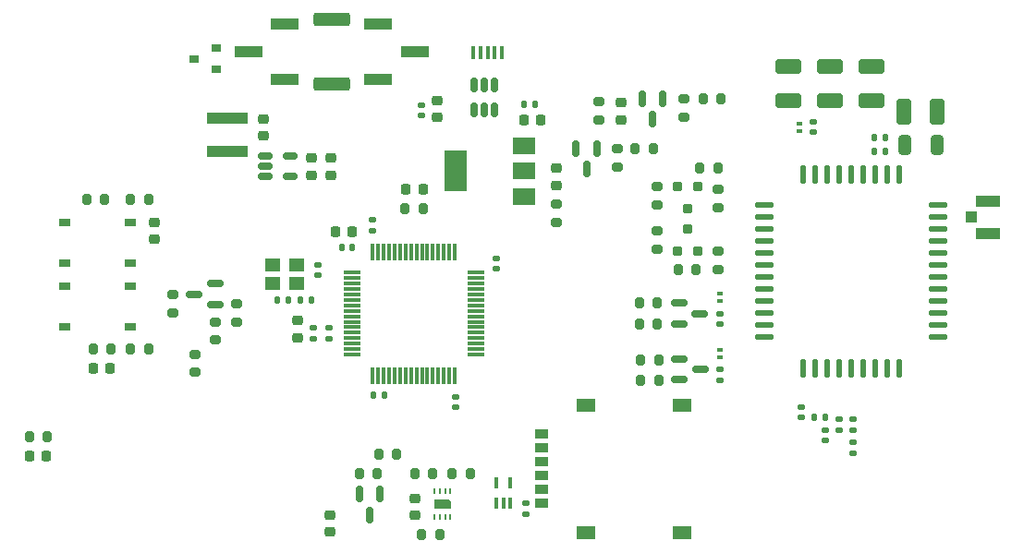
<source format=gbr>
%TF.GenerationSoftware,KiCad,Pcbnew,(6.0.0)*%
%TF.CreationDate,2023-11-18T00:08:50-03:00*%
%TF.ProjectId,LevelSensor_v2.0,4c657665-6c53-4656-9e73-6f725f76322e,rev?*%
%TF.SameCoordinates,Original*%
%TF.FileFunction,Paste,Top*%
%TF.FilePolarity,Positive*%
%FSLAX46Y46*%
G04 Gerber Fmt 4.6, Leading zero omitted, Abs format (unit mm)*
G04 Created by KiCad (PCBNEW (6.0.0)) date 2023-11-18 00:08:50*
%MOMM*%
%LPD*%
G01*
G04 APERTURE LIST*
G04 Aperture macros list*
%AMRoundRect*
0 Rectangle with rounded corners*
0 $1 Rounding radius*
0 $2 $3 $4 $5 $6 $7 $8 $9 X,Y pos of 4 corners*
0 Add a 4 corners polygon primitive as box body*
4,1,4,$2,$3,$4,$5,$6,$7,$8,$9,$2,$3,0*
0 Add four circle primitives for the rounded corners*
1,1,$1+$1,$2,$3*
1,1,$1+$1,$4,$5*
1,1,$1+$1,$6,$7*
1,1,$1+$1,$8,$9*
0 Add four rect primitives between the rounded corners*
20,1,$1+$1,$2,$3,$4,$5,0*
20,1,$1+$1,$4,$5,$6,$7,0*
20,1,$1+$1,$6,$7,$8,$9,0*
20,1,$1+$1,$8,$9,$2,$3,0*%
%AMFreePoly0*
4,1,6,0.450000,-0.800000,-0.450000,-0.800000,-0.450000,0.530000,-0.180000,0.800000,0.450000,0.800000,0.450000,-0.800000,0.450000,-0.800000,$1*%
G04 Aperture macros list end*
%ADD10R,0.900000X0.800000*%
%ADD11RoundRect,0.218750X0.218750X0.256250X-0.218750X0.256250X-0.218750X-0.256250X0.218750X-0.256250X0*%
%ADD12R,0.600000X0.400000*%
%ADD13R,1.000000X0.750000*%
%ADD14RoundRect,0.200000X0.200000X0.275000X-0.200000X0.275000X-0.200000X-0.275000X0.200000X-0.275000X0*%
%ADD15RoundRect,0.200000X-0.275000X0.200000X-0.275000X-0.200000X0.275000X-0.200000X0.275000X0.200000X0*%
%ADD16RoundRect,0.200000X-0.200000X-0.275000X0.200000X-0.275000X0.200000X0.275000X-0.200000X0.275000X0*%
%ADD17RoundRect,0.150000X0.587500X0.150000X-0.587500X0.150000X-0.587500X-0.150000X0.587500X-0.150000X0*%
%ADD18RoundRect,0.135000X-0.185000X0.135000X-0.185000X-0.135000X0.185000X-0.135000X0.185000X0.135000X0*%
%ADD19RoundRect,0.218750X-0.218750X-0.256250X0.218750X-0.256250X0.218750X0.256250X-0.218750X0.256250X0*%
%ADD20RoundRect,0.140000X-0.140000X-0.170000X0.140000X-0.170000X0.140000X0.170000X-0.140000X0.170000X0*%
%ADD21RoundRect,0.075000X-0.700000X-0.075000X0.700000X-0.075000X0.700000X0.075000X-0.700000X0.075000X0*%
%ADD22RoundRect,0.075000X-0.075000X-0.700000X0.075000X-0.700000X0.075000X0.700000X-0.075000X0.700000X0*%
%ADD23RoundRect,0.150000X-0.587500X-0.150000X0.587500X-0.150000X0.587500X0.150000X-0.587500X0.150000X0*%
%ADD24RoundRect,0.225000X-0.225000X-0.250000X0.225000X-0.250000X0.225000X0.250000X-0.225000X0.250000X0*%
%ADD25R,0.400000X1.200000*%
%ADD26RoundRect,0.150000X-0.150000X0.587500X-0.150000X-0.587500X0.150000X-0.587500X0.150000X0.587500X0*%
%ADD27RoundRect,0.140000X-0.170000X0.140000X-0.170000X-0.140000X0.170000X-0.140000X0.170000X0.140000X0*%
%ADD28RoundRect,0.250000X-0.412500X-0.925000X0.412500X-0.925000X0.412500X0.925000X-0.412500X0.925000X0*%
%ADD29RoundRect,0.150000X-0.512500X-0.150000X0.512500X-0.150000X0.512500X0.150000X-0.512500X0.150000X0*%
%ADD30RoundRect,0.135000X0.135000X0.185000X-0.135000X0.185000X-0.135000X-0.185000X0.135000X-0.185000X0*%
%ADD31RoundRect,0.225000X-0.250000X0.225000X-0.250000X-0.225000X0.250000X-0.225000X0.250000X0.225000X0*%
%ADD32RoundRect,0.225000X0.250000X-0.225000X0.250000X0.225000X-0.250000X0.225000X-0.250000X-0.225000X0*%
%ADD33RoundRect,0.140000X0.140000X0.170000X-0.140000X0.170000X-0.140000X-0.170000X0.140000X-0.170000X0*%
%ADD34RoundRect,0.140000X0.170000X-0.140000X0.170000X0.140000X-0.170000X0.140000X-0.170000X-0.140000X0*%
%ADD35RoundRect,0.250000X-1.425000X0.362500X-1.425000X-0.362500X1.425000X-0.362500X1.425000X0.362500X0*%
%ADD36RoundRect,0.200000X0.275000X-0.200000X0.275000X0.200000X-0.275000X0.200000X-0.275000X-0.200000X0*%
%ADD37RoundRect,0.100000X-0.300000X-0.350000X0.300000X-0.350000X0.300000X0.350000X-0.300000X0.350000X0*%
%ADD38R,1.800000X1.300000*%
%ADD39R,1.200000X0.900000*%
%ADD40R,2.510000X1.000000*%
%ADD41RoundRect,0.218750X0.256250X-0.218750X0.256250X0.218750X-0.256250X0.218750X-0.256250X-0.218750X0*%
%ADD42RoundRect,0.250000X0.325000X0.650000X-0.325000X0.650000X-0.325000X-0.650000X0.325000X-0.650000X0*%
%ADD43RoundRect,0.100000X0.300000X0.350000X-0.300000X0.350000X-0.300000X-0.350000X0.300000X-0.350000X0*%
%ADD44R,2.000000X1.500000*%
%ADD45R,2.000000X3.800000*%
%ADD46R,0.350000X1.000000*%
%ADD47RoundRect,0.250000X0.925000X-0.412500X0.925000X0.412500X-0.925000X0.412500X-0.925000X-0.412500X0*%
%ADD48R,1.400000X1.200000*%
%ADD49RoundRect,0.218750X-0.256250X0.218750X-0.256250X-0.218750X0.256250X-0.218750X0.256250X0.218750X0*%
%ADD50RoundRect,0.225000X0.225000X0.250000X-0.225000X0.250000X-0.225000X-0.250000X0.225000X-0.250000X0*%
%ADD51O,0.550000X1.800000*%
%ADD52O,1.800000X0.550000*%
%ADD53RoundRect,0.150000X-0.150000X0.512500X-0.150000X-0.512500X0.150000X-0.512500X0.150000X0.512500X0*%
%ADD54RoundRect,0.135000X-0.135000X-0.185000X0.135000X-0.185000X0.135000X0.185000X-0.135000X0.185000X0*%
%ADD55FreePoly0,270.000000*%
%ADD56R,0.250000X0.550000*%
%ADD57R,3.700000X1.100000*%
%ADD58R,1.050000X1.000000*%
%ADD59R,2.200000X1.050000*%
G04 APERTURE END LIST*
D10*
%TO.C,Q9*%
X140446000Y-62672000D03*
X140446000Y-60772000D03*
X138446000Y-61722000D03*
%TD*%
D11*
%TO.C,D1*%
X124892000Y-98171000D03*
X123317000Y-98171000D03*
%TD*%
D12*
%TO.C,D8*%
X186560700Y-88431200D03*
X186560700Y-89131200D03*
%TD*%
D13*
%TO.C,SW3*%
X126604000Y-76708000D03*
X132604000Y-76708000D03*
X126604000Y-80458000D03*
X132604000Y-80458000D03*
%TD*%
D14*
%TO.C,R9*%
X160909000Y-105359200D03*
X159259000Y-105359200D03*
%TD*%
D15*
%TO.C,R32*%
X171577000Y-75057000D03*
X171577000Y-76707000D03*
%TD*%
D14*
%TO.C,R11*%
X155193000Y-99755000D03*
X153543000Y-99755000D03*
%TD*%
D16*
%TO.C,R27*%
X184770100Y-71771900D03*
X186420100Y-71771900D03*
%TD*%
D17*
%TO.C,Q3*%
X140335000Y-84262000D03*
X140335000Y-82362000D03*
X138460000Y-83312000D03*
%TD*%
D18*
%TO.C,R25*%
X197485000Y-94738000D03*
X197485000Y-95758000D03*
%TD*%
D14*
%TO.C,R4*%
X134239000Y-74616000D03*
X132589000Y-74616000D03*
%TD*%
D19*
%TO.C,D2*%
X157810000Y-73660000D03*
X159385000Y-73660000D03*
%TD*%
D20*
%TO.C,C30*%
X200766800Y-68935600D03*
X201726800Y-68935600D03*
%TD*%
D14*
%TO.C,R3*%
X134239000Y-88332000D03*
X132589000Y-88332000D03*
%TD*%
%TO.C,R18*%
X160274000Y-99771200D03*
X158624000Y-99771200D03*
%TD*%
D21*
%TO.C,U3*%
X152872000Y-81340000D03*
X152872000Y-81840000D03*
X152872000Y-82340000D03*
X152872000Y-82840000D03*
X152872000Y-83340000D03*
X152872000Y-83840000D03*
X152872000Y-84340000D03*
X152872000Y-84840000D03*
X152872000Y-85340000D03*
X152872000Y-85840000D03*
X152872000Y-86340000D03*
X152872000Y-86840000D03*
X152872000Y-87340000D03*
X152872000Y-87840000D03*
X152872000Y-88340000D03*
X152872000Y-88840000D03*
D22*
X154797000Y-90765000D03*
X155297000Y-90765000D03*
X155797000Y-90765000D03*
X156297000Y-90765000D03*
X156797000Y-90765000D03*
X157297000Y-90765000D03*
X157797000Y-90765000D03*
X158297000Y-90765000D03*
X158797000Y-90765000D03*
X159297000Y-90765000D03*
X159797000Y-90765000D03*
X160297000Y-90765000D03*
X160797000Y-90765000D03*
X161297000Y-90765000D03*
X161797000Y-90765000D03*
X162297000Y-90765000D03*
D21*
X164222000Y-88840000D03*
X164222000Y-88340000D03*
X164222000Y-87840000D03*
X164222000Y-87340000D03*
X164222000Y-86840000D03*
X164222000Y-86340000D03*
X164222000Y-85840000D03*
X164222000Y-85340000D03*
X164222000Y-84840000D03*
X164222000Y-84340000D03*
X164222000Y-83840000D03*
X164222000Y-83340000D03*
X164222000Y-82840000D03*
X164222000Y-82340000D03*
X164222000Y-81840000D03*
X164222000Y-81340000D03*
D22*
X162297000Y-79415000D03*
X161797000Y-79415000D03*
X161297000Y-79415000D03*
X160797000Y-79415000D03*
X160297000Y-79415000D03*
X159797000Y-79415000D03*
X159297000Y-79415000D03*
X158797000Y-79415000D03*
X158297000Y-79415000D03*
X157797000Y-79415000D03*
X157297000Y-79415000D03*
X156797000Y-79415000D03*
X156297000Y-79415000D03*
X155797000Y-79415000D03*
X155297000Y-79415000D03*
X154797000Y-79415000D03*
%TD*%
D23*
%TO.C,Q4*%
X182880000Y-84140000D03*
X182880000Y-86040000D03*
X184755000Y-85090000D03*
%TD*%
D15*
%TO.C,R36*%
X186437000Y-79375000D03*
X186437000Y-81025000D03*
%TD*%
D24*
%TO.C,C2*%
X168656000Y-67329420D03*
X170206000Y-67329420D03*
%TD*%
D25*
%TO.C,J3*%
X166628600Y-61177200D03*
X165978600Y-61177200D03*
X165328600Y-61177200D03*
X164678600Y-61177200D03*
X164028600Y-61177200D03*
%TD*%
D26*
%TO.C,Q2*%
X181356000Y-65405000D03*
X179456000Y-65405000D03*
X180406000Y-67280000D03*
%TD*%
D27*
%TO.C,C31*%
X186560700Y-90226000D03*
X186560700Y-91186000D03*
%TD*%
D28*
%TO.C,C37*%
X203454000Y-66548000D03*
X206529000Y-66548000D03*
%TD*%
D29*
%TO.C,U1*%
X144968800Y-70617000D03*
X144968800Y-71567000D03*
X144968800Y-72517000D03*
X147243800Y-72517000D03*
X147243800Y-70617000D03*
%TD*%
D26*
%TO.C,Q5*%
X175326000Y-69977000D03*
X173426000Y-69977000D03*
X174376000Y-71852000D03*
%TD*%
D30*
%TO.C,R22*%
X196215000Y-94615000D03*
X195195000Y-94615000D03*
%TD*%
D31*
%TO.C,C20*%
X158623000Y-102031200D03*
X158623000Y-103581200D03*
%TD*%
D27*
%TO.C,C26*%
X196215000Y-95758000D03*
X196215000Y-96718000D03*
%TD*%
D32*
%TO.C,C7*%
X149148800Y-72390000D03*
X149148800Y-70840000D03*
%TD*%
D33*
%TO.C,C16*%
X152908000Y-78994000D03*
X151948000Y-78994000D03*
%TD*%
D32*
%TO.C,C21*%
X150876000Y-105131200D03*
X150876000Y-103581200D03*
%TD*%
D34*
%TO.C,C23*%
X194056000Y-94615000D03*
X194056000Y-93655000D03*
%TD*%
D20*
%TO.C,C39*%
X200766800Y-70205600D03*
X201726800Y-70205600D03*
%TD*%
D35*
%TO.C,R1*%
X151028400Y-58099100D03*
X151028400Y-64024100D03*
%TD*%
D36*
%TO.C,R14*%
X140335000Y-87502000D03*
X140335000Y-85852000D03*
%TD*%
D14*
%TO.C,R30*%
X180467000Y-69977000D03*
X178817000Y-69977000D03*
%TD*%
D37*
%TO.C,Q7*%
X182693000Y-79343000D03*
X184593000Y-79343000D03*
X183643000Y-77343000D03*
%TD*%
D36*
%TO.C,R16*%
X136448800Y-85000600D03*
X136448800Y-83350600D03*
%TD*%
D14*
%TO.C,R7*%
X159385000Y-75438000D03*
X157735000Y-75438000D03*
%TD*%
D16*
%TO.C,R28*%
X179322700Y-89319200D03*
X180972700Y-89319200D03*
%TD*%
D15*
%TO.C,R15*%
X142291000Y-84202000D03*
X142291000Y-85852000D03*
%TD*%
D13*
%TO.C,SW2*%
X126604000Y-82550000D03*
X132604000Y-82550000D03*
X126604000Y-86300000D03*
X132604000Y-86300000D03*
%TD*%
D38*
%TO.C,J12*%
X174361000Y-105169000D03*
X183161000Y-105169000D03*
X183161000Y-93459000D03*
X174361000Y-93459000D03*
D39*
X170261000Y-102489000D03*
X170261000Y-99949000D03*
X170261000Y-97409000D03*
X170261000Y-101219000D03*
X170261000Y-98679000D03*
X170261000Y-96139000D03*
%TD*%
D40*
%TO.C,J5*%
X146714400Y-63601600D03*
X143404400Y-61061600D03*
X146714400Y-58521600D03*
%TD*%
D14*
%TO.C,R2*%
X124967000Y-96393000D03*
X123317000Y-96393000D03*
%TD*%
%TO.C,R20*%
X186690000Y-65405000D03*
X185040000Y-65405000D03*
%TD*%
D41*
%TO.C,D3*%
X177546000Y-67310000D03*
X177546000Y-65735000D03*
%TD*%
D20*
%TO.C,C3*%
X168684000Y-65927000D03*
X169644000Y-65927000D03*
%TD*%
D34*
%TO.C,C29*%
X195173600Y-68473200D03*
X195173600Y-67513200D03*
%TD*%
D42*
%TO.C,C38*%
X206454800Y-69646800D03*
X203504800Y-69646800D03*
%TD*%
D43*
%TO.C,Q6*%
X184576100Y-73454900D03*
X182676100Y-73454900D03*
X183626100Y-75454900D03*
%TD*%
D44*
%TO.C,U2*%
X168656000Y-74323000D03*
X168656000Y-72023000D03*
D45*
X162356000Y-72023000D03*
D44*
X168656000Y-69723000D03*
%TD*%
D46*
%TO.C,U6*%
X166101000Y-102489000D03*
X166751000Y-102489000D03*
X167401000Y-102489000D03*
X167401000Y-100589000D03*
X166101000Y-100589000D03*
%TD*%
D47*
%TO.C,C27*%
X192887600Y-65532000D03*
X192887600Y-62457000D03*
%TD*%
D16*
%TO.C,R12*%
X179198000Y-86035400D03*
X180848000Y-86035400D03*
%TD*%
D27*
%TO.C,C34*%
X186563000Y-85090000D03*
X186563000Y-86050000D03*
%TD*%
D48*
%TO.C,Y1*%
X147789000Y-80596000D03*
X145589000Y-80596000D03*
X145589000Y-82296000D03*
X147789000Y-82296000D03*
%TD*%
D18*
%TO.C,R24*%
X198755000Y-94742000D03*
X198755000Y-95762000D03*
%TD*%
D49*
%TO.C,L2*%
X147929600Y-85699400D03*
X147929600Y-87274400D03*
%TD*%
D34*
%TO.C,C13*%
X149352000Y-87376000D03*
X149352000Y-86416000D03*
%TD*%
D14*
%TO.C,R33*%
X184404000Y-81026000D03*
X182754000Y-81026000D03*
%TD*%
D36*
%TO.C,R34*%
X180832100Y-75112100D03*
X180832100Y-73462100D03*
%TD*%
D15*
%TO.C,R21*%
X183261000Y-65405000D03*
X183261000Y-67055000D03*
%TD*%
D14*
%TO.C,R13*%
X180848000Y-84105000D03*
X179198000Y-84105000D03*
%TD*%
D50*
%TO.C,C10*%
X130760000Y-90110000D03*
X129210000Y-90110000D03*
%TD*%
D51*
%TO.C,U7*%
X196402600Y-90102200D03*
D52*
X206552600Y-78452200D03*
X206552600Y-87252200D03*
X190652600Y-85052200D03*
X206552600Y-85052200D03*
X190652600Y-76252200D03*
X206552600Y-75152200D03*
X206552600Y-76252200D03*
D51*
X195302600Y-90102200D03*
X199702600Y-72302200D03*
X198602600Y-72302200D03*
X200802600Y-90102200D03*
D52*
X206552600Y-81752200D03*
D51*
X198602600Y-90102200D03*
D52*
X206552600Y-80652200D03*
X190652600Y-82852200D03*
X190652600Y-87252200D03*
X190652600Y-81752200D03*
X190652600Y-77352200D03*
X190652600Y-78452200D03*
D51*
X194202600Y-72302200D03*
X197502600Y-72302200D03*
X203002600Y-72302200D03*
D52*
X206552600Y-79552200D03*
D51*
X200802600Y-72302200D03*
D52*
X206552600Y-86152200D03*
D51*
X203002600Y-90102200D03*
D52*
X206552600Y-77352200D03*
D51*
X201902600Y-90102200D03*
D52*
X190652600Y-86152200D03*
X206552600Y-83952200D03*
X190652600Y-75152200D03*
X190652600Y-80652200D03*
D51*
X201902600Y-72302200D03*
X197502600Y-90102200D03*
X195302600Y-72302200D03*
X199702600Y-90102200D03*
X194202600Y-90102200D03*
D52*
X206552600Y-82852200D03*
X190652600Y-83952200D03*
X190652600Y-79552200D03*
D51*
X196402600Y-72302200D03*
%TD*%
D47*
%TO.C,C32*%
X200507600Y-65532000D03*
X200507600Y-62457000D03*
%TD*%
%TO.C,C28*%
X196697600Y-65532000D03*
X196697600Y-62457000D03*
%TD*%
D34*
%TO.C,C14*%
X154737000Y-77470000D03*
X154737000Y-76510000D03*
%TD*%
D23*
%TO.C,Q8*%
X182907700Y-89248000D03*
X182907700Y-91148000D03*
X184782700Y-90198000D03*
%TD*%
D34*
%TO.C,C4*%
X159258000Y-66923800D03*
X159258000Y-65963800D03*
%TD*%
D32*
%TO.C,C6*%
X160655000Y-67106800D03*
X160655000Y-65556800D03*
%TD*%
D53*
%TO.C,U5*%
X165948400Y-64140500D03*
X164998400Y-64140500D03*
X164048400Y-64140500D03*
X164048400Y-66415500D03*
X164998400Y-66415500D03*
X165948400Y-66415500D03*
%TD*%
D31*
%TO.C,C1*%
X144780000Y-67208400D03*
X144780000Y-68758400D03*
%TD*%
D54*
%TO.C,R8*%
X148130800Y-83820000D03*
X149150800Y-83820000D03*
%TD*%
D14*
%TO.C,R5*%
X130810000Y-88332000D03*
X129160000Y-88332000D03*
%TD*%
D36*
%TO.C,R26*%
X186420100Y-75374000D03*
X186420100Y-73724000D03*
%TD*%
D33*
%TO.C,C9*%
X155829000Y-92583000D03*
X154869000Y-92583000D03*
%TD*%
D14*
%TO.C,R29*%
X180972700Y-91224200D03*
X179322700Y-91224200D03*
%TD*%
D55*
%TO.C,U4*%
X161163000Y-102565200D03*
D56*
X161913000Y-101390200D03*
X161413000Y-101390200D03*
X160913000Y-101390200D03*
X160413000Y-101390200D03*
X160413000Y-103740200D03*
X160913000Y-103740200D03*
X161413000Y-103740200D03*
X161913000Y-103740200D03*
%TD*%
D50*
%TO.C,C8*%
X152908000Y-77571600D03*
X151358000Y-77571600D03*
%TD*%
D31*
%TO.C,C11*%
X134747000Y-76708000D03*
X134747000Y-78258000D03*
%TD*%
D15*
%TO.C,R23*%
X175514000Y-65660000D03*
X175514000Y-67310000D03*
%TD*%
D40*
%TO.C,J8*%
X155313000Y-58521600D03*
X158623000Y-61061600D03*
X155313000Y-63601600D03*
%TD*%
D12*
%TO.C,D6*%
X186563000Y-83247000D03*
X186563000Y-83947000D03*
%TD*%
D32*
%TO.C,C5*%
X150926800Y-72390000D03*
X150926800Y-70840000D03*
%TD*%
D12*
%TO.C,D4*%
X193852800Y-68365600D03*
X193852800Y-67665600D03*
%TD*%
D36*
%TO.C,R35*%
X180848000Y-79184000D03*
X180848000Y-77534000D03*
%TD*%
D26*
%TO.C,Q1*%
X155443000Y-101660000D03*
X153543000Y-101660000D03*
X154493000Y-103535000D03*
%TD*%
D15*
%TO.C,R31*%
X177166000Y-69977000D03*
X177166000Y-71627000D03*
%TD*%
D27*
%TO.C,C24*%
X198755000Y-96901000D03*
X198755000Y-97861000D03*
%TD*%
D57*
%TO.C,L1*%
X141478000Y-67205600D03*
X141478000Y-70205600D03*
%TD*%
D27*
%TO.C,C12*%
X162357000Y-92710000D03*
X162357000Y-93670000D03*
%TD*%
%TO.C,C25*%
X168783000Y-102489000D03*
X168783000Y-103449000D03*
%TD*%
D16*
%TO.C,R19*%
X162052000Y-99771200D03*
X163702000Y-99771200D03*
%TD*%
D14*
%TO.C,R6*%
X130251200Y-74616000D03*
X128601200Y-74616000D03*
%TD*%
D34*
%TO.C,C15*%
X150774400Y-87376000D03*
X150774400Y-86416000D03*
%TD*%
D33*
%TO.C,C19*%
X147038000Y-83820000D03*
X146078000Y-83820000D03*
%TD*%
D14*
%TO.C,R10*%
X156972000Y-97977000D03*
X155322000Y-97977000D03*
%TD*%
D34*
%TO.C,C18*%
X166116000Y-80998000D03*
X166116000Y-80038000D03*
%TD*%
D27*
%TO.C,C17*%
X149758400Y-80619600D03*
X149758400Y-81579600D03*
%TD*%
D36*
%TO.C,R17*%
X138480800Y-90487000D03*
X138480800Y-88837000D03*
%TD*%
D49*
%TO.C,D7*%
X171577000Y-71755000D03*
X171577000Y-73330000D03*
%TD*%
D58*
%TO.C,J14*%
X209647000Y-76250800D03*
D59*
X211172000Y-74775800D03*
X211172000Y-77725800D03*
%TD*%
M02*

</source>
